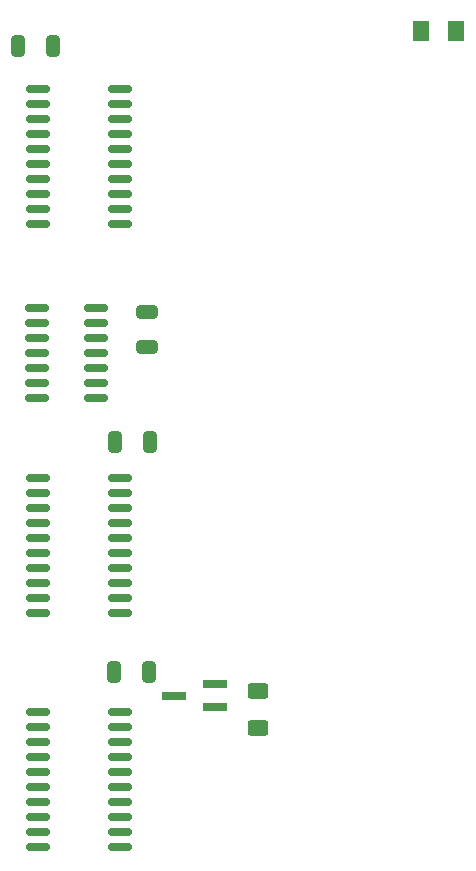
<source format=gtp>
G04 #@! TF.GenerationSoftware,KiCad,Pcbnew,6.0.11-2627ca5db0~126~ubuntu22.04.1*
G04 #@! TF.CreationDate,2023-02-16T15:19:58+00:00*
G04 #@! TF.ProjectId,srom,73726f6d-2e6b-4696-9361-645f70636258,v1.2*
G04 #@! TF.SameCoordinates,Original*
G04 #@! TF.FileFunction,Paste,Top*
G04 #@! TF.FilePolarity,Positive*
%FSLAX46Y46*%
G04 Gerber Fmt 4.6, Leading zero omitted, Abs format (unit mm)*
G04 Created by KiCad (PCBNEW 6.0.11-2627ca5db0~126~ubuntu22.04.1) date 2023-02-16 15:19:58*
%MOMM*%
%LPD*%
G01*
G04 APERTURE LIST*
G04 Aperture macros list*
%AMRoundRect*
0 Rectangle with rounded corners*
0 $1 Rounding radius*
0 $2 $3 $4 $5 $6 $7 $8 $9 X,Y pos of 4 corners*
0 Add a 4 corners polygon primitive as box body*
4,1,4,$2,$3,$4,$5,$6,$7,$8,$9,$2,$3,0*
0 Add four circle primitives for the rounded corners*
1,1,$1+$1,$2,$3*
1,1,$1+$1,$4,$5*
1,1,$1+$1,$6,$7*
1,1,$1+$1,$8,$9*
0 Add four rect primitives between the rounded corners*
20,1,$1+$1,$2,$3,$4,$5,0*
20,1,$1+$1,$4,$5,$6,$7,0*
20,1,$1+$1,$6,$7,$8,$9,0*
20,1,$1+$1,$8,$9,$2,$3,0*%
G04 Aperture macros list end*
%ADD10RoundRect,0.250000X-0.325000X-0.650000X0.325000X-0.650000X0.325000X0.650000X-0.325000X0.650000X0*%
%ADD11RoundRect,0.150000X-0.837500X-0.150000X0.837500X-0.150000X0.837500X0.150000X-0.837500X0.150000X0*%
%ADD12RoundRect,0.250000X-0.650000X0.325000X-0.650000X-0.325000X0.650000X-0.325000X0.650000X0.325000X0*%
%ADD13RoundRect,0.250000X0.625000X-0.400000X0.625000X0.400000X-0.625000X0.400000X-0.625000X-0.400000X0*%
%ADD14RoundRect,0.250000X0.325000X0.650000X-0.325000X0.650000X-0.325000X-0.650000X0.325000X-0.650000X0*%
%ADD15R,2.000000X0.650000*%
%ADD16RoundRect,0.150000X-0.825000X-0.150000X0.825000X-0.150000X0.825000X0.150000X-0.825000X0.150000X0*%
%ADD17RoundRect,0.250001X0.462499X0.624999X-0.462499X0.624999X-0.462499X-0.624999X0.462499X-0.624999X0*%
G04 APERTURE END LIST*
D10*
X67825000Y-88340000D03*
X70775000Y-88340000D03*
D11*
X61327500Y-111205000D03*
X61327500Y-112475000D03*
X61327500Y-113745000D03*
X61327500Y-115015000D03*
X61327500Y-116285000D03*
X61327500Y-117555000D03*
X61327500Y-118825000D03*
X61327500Y-120095000D03*
X61327500Y-121365000D03*
X61327500Y-122635000D03*
X68252500Y-122635000D03*
X68252500Y-121365000D03*
X68252500Y-120095000D03*
X68252500Y-118825000D03*
X68252500Y-117555000D03*
X68252500Y-116285000D03*
X68252500Y-115015000D03*
X68252500Y-113745000D03*
X68252500Y-112475000D03*
X68252500Y-111205000D03*
X61307500Y-91385000D03*
X61307500Y-92655000D03*
X61307500Y-93925000D03*
X61307500Y-95195000D03*
X61307500Y-96465000D03*
X61307500Y-97735000D03*
X61307500Y-99005000D03*
X61307500Y-100275000D03*
X61307500Y-101545000D03*
X61307500Y-102815000D03*
X68232500Y-102815000D03*
X68232500Y-101545000D03*
X68232500Y-100275000D03*
X68232500Y-99005000D03*
X68232500Y-97735000D03*
X68232500Y-96465000D03*
X68232500Y-95195000D03*
X68232500Y-93925000D03*
X68232500Y-92655000D03*
X68232500Y-91385000D03*
D12*
X70520000Y-77385000D03*
X70520000Y-80335000D03*
D13*
X79940000Y-112580000D03*
X79940000Y-109480000D03*
D14*
X70685000Y-107880000D03*
X67735000Y-107880000D03*
D15*
X76290000Y-110800000D03*
X76290000Y-108900000D03*
X72870000Y-109850000D03*
D16*
X61265000Y-76990000D03*
X61265000Y-78260000D03*
X61265000Y-79530000D03*
X61265000Y-80800000D03*
X61265000Y-82070000D03*
X61265000Y-83340000D03*
X61265000Y-84610000D03*
X66215000Y-84610000D03*
X66215000Y-83340000D03*
X66215000Y-82070000D03*
X66215000Y-80800000D03*
X66215000Y-79530000D03*
X66215000Y-78260000D03*
X66215000Y-76990000D03*
D11*
X61307500Y-58505000D03*
X61307500Y-59775000D03*
X61307500Y-61045000D03*
X61307500Y-62315000D03*
X61307500Y-63585000D03*
X61307500Y-64855000D03*
X61307500Y-66125000D03*
X61307500Y-67395000D03*
X61307500Y-68665000D03*
X61307500Y-69935000D03*
X68232500Y-69935000D03*
X68232500Y-68665000D03*
X68232500Y-67395000D03*
X68232500Y-66125000D03*
X68232500Y-64855000D03*
X68232500Y-63585000D03*
X68232500Y-62315000D03*
X68232500Y-61045000D03*
X68232500Y-59775000D03*
X68232500Y-58505000D03*
D14*
X62595000Y-54810000D03*
X59645000Y-54810000D03*
D17*
X96717500Y-53540000D03*
X93742500Y-53540000D03*
M02*

</source>
